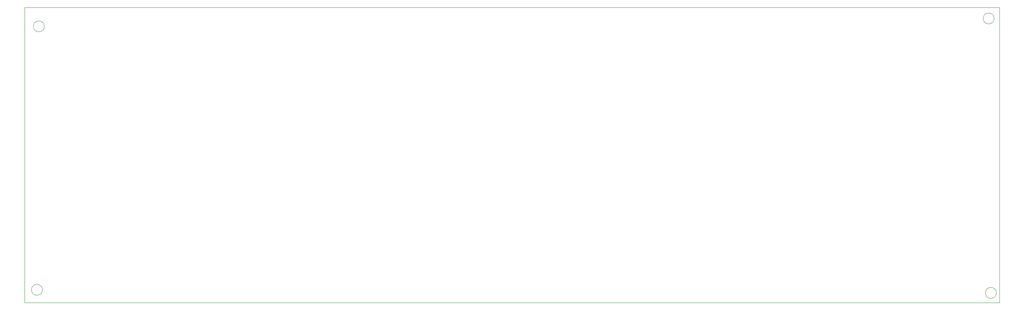
<source format=gbr>
%TF.GenerationSoftware,KiCad,Pcbnew,9.0.3*%
%TF.CreationDate,2025-11-11T16:23:08+05:30*%
%TF.ProjectId,Multi_daq,4d756c74-695f-4646-9171-2e6b69636164,rev?*%
%TF.SameCoordinates,Original*%
%TF.FileFunction,Profile,NP*%
%FSLAX46Y46*%
G04 Gerber Fmt 4.6, Leading zero omitted, Abs format (unit mm)*
G04 Created by KiCad (PCBNEW 9.0.3) date 2025-11-11 16:23:08*
%MOMM*%
%LPD*%
G01*
G04 APERTURE LIST*
%TA.AperFunction,Profile*%
%ADD10C,0.050000*%
%TD*%
G04 APERTURE END LIST*
D10*
X61850000Y-35690000D02*
G75*
G02*
X59350000Y-35690000I-1250000J0D01*
G01*
X59350000Y-35690000D02*
G75*
G02*
X61850000Y-35690000I1250000J0D01*
G01*
X61410000Y-95830000D02*
G75*
G02*
X58910000Y-95830000I-1250000J0D01*
G01*
X58910000Y-95830000D02*
G75*
G02*
X61410000Y-95830000I1250000J0D01*
G01*
X278130000Y-33880000D02*
G75*
G02*
X275630000Y-33880000I-1250000J0D01*
G01*
X275630000Y-33880000D02*
G75*
G02*
X278130000Y-33880000I1250000J0D01*
G01*
X278630000Y-96540000D02*
G75*
G02*
X276130000Y-96540000I-1250000J0D01*
G01*
X276130000Y-96540000D02*
G75*
G02*
X278630000Y-96540000I1250000J0D01*
G01*
X57325000Y-31357800D02*
X279325000Y-31357800D01*
X279325000Y-98737800D01*
X57325000Y-98737800D01*
X57325000Y-31357800D01*
M02*

</source>
